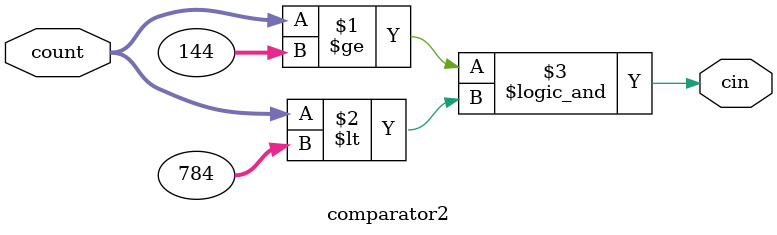
<source format=sv>
module comparator2#(parameter N = 10) (input logic[9:0] count, output logic cin);


	assign cin = (count >= 144) && (count < 784);
	
	
	
endmodule
</source>
